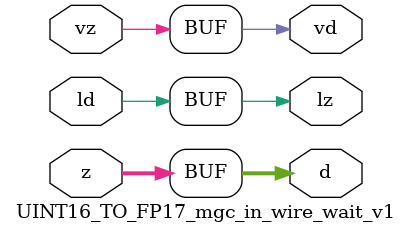
<source format=v>
module UINT16_TO_FP17_mgc_in_wire_wait_v1 (ld, vd, d, lz, vz, z);
  parameter integer rscid = 1;
  parameter integer width = 8;
  input ld;
  output vd;
  output [width-1:0] d;
  output lz;
  input vz;
  input [width-1:0] z;
  wire vd;
  wire [width-1:0] d;
  wire lz;
  assign d = z;
  assign lz = ld;
  assign vd = vz;
endmodule
</source>
